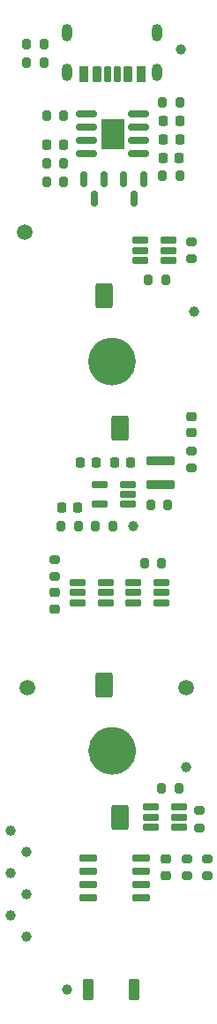
<source format=gbr>
%TF.GenerationSoftware,KiCad,Pcbnew,9.0.3*%
%TF.CreationDate,2025-10-02T21:49:32-04:00*%
%TF.ProjectId,Photon,50686f74-6f6e-42e6-9b69-6361645f7063,1.3*%
%TF.SameCoordinates,Original*%
%TF.FileFunction,Soldermask,Top*%
%TF.FilePolarity,Negative*%
%FSLAX46Y46*%
G04 Gerber Fmt 4.6, Leading zero omitted, Abs format (unit mm)*
G04 Created by KiCad (PCBNEW 9.0.3) date 2025-10-02 21:49:32*
%MOMM*%
%LPD*%
G01*
G04 APERTURE LIST*
G04 Aperture macros list*
%AMRoundRect*
0 Rectangle with rounded corners*
0 $1 Rounding radius*
0 $2 $3 $4 $5 $6 $7 $8 $9 X,Y pos of 4 corners*
0 Add a 4 corners polygon primitive as box body*
4,1,4,$2,$3,$4,$5,$6,$7,$8,$9,$2,$3,0*
0 Add four circle primitives for the rounded corners*
1,1,$1+$1,$2,$3*
1,1,$1+$1,$4,$5*
1,1,$1+$1,$6,$7*
1,1,$1+$1,$8,$9*
0 Add four rect primitives between the rounded corners*
20,1,$1+$1,$2,$3,$4,$5,0*
20,1,$1+$1,$4,$5,$6,$7,0*
20,1,$1+$1,$6,$7,$8,$9,0*
20,1,$1+$1,$8,$9,$2,$3,0*%
G04 Aperture macros list end*
%ADD10C,2.299000*%
%ADD11RoundRect,0.255000X-0.595000X0.945000X-0.595000X-0.945000X0.595000X-0.945000X0.595000X0.945000X0*%
%ADD12RoundRect,0.255000X0.595000X-0.945000X0.595000X0.945000X-0.595000X0.945000X-0.595000X-0.945000X0*%
%ADD13C,1.500000*%
%ADD14RoundRect,0.150000X-0.725000X-0.150000X0.725000X-0.150000X0.725000X0.150000X-0.725000X0.150000X0*%
%ADD15RoundRect,0.200000X-0.200000X-0.275000X0.200000X-0.275000X0.200000X0.275000X-0.200000X0.275000X0*%
%ADD16RoundRect,0.225000X0.225000X0.250000X-0.225000X0.250000X-0.225000X-0.250000X0.225000X-0.250000X0*%
%ADD17C,1.000000*%
%ADD18RoundRect,0.175000X0.175000X0.625000X-0.175000X0.625000X-0.175000X-0.625000X0.175000X-0.625000X0*%
%ADD19RoundRect,0.200000X0.200000X0.600000X-0.200000X0.600000X-0.200000X-0.600000X0.200000X-0.600000X0*%
%ADD20RoundRect,0.225000X0.225000X0.575000X-0.225000X0.575000X-0.225000X-0.575000X0.225000X-0.575000X0*%
%ADD21O,1.000000X1.700000*%
%ADD22RoundRect,0.162500X0.617500X0.162500X-0.617500X0.162500X-0.617500X-0.162500X0.617500X-0.162500X0*%
%ADD23RoundRect,0.225000X-0.225000X-0.250000X0.225000X-0.250000X0.225000X0.250000X-0.225000X0.250000X0*%
%ADD24RoundRect,0.225000X0.250000X-0.225000X0.250000X0.225000X-0.250000X0.225000X-0.250000X-0.225000X0*%
%ADD25RoundRect,0.200000X0.200000X0.275000X-0.200000X0.275000X-0.200000X-0.275000X0.200000X-0.275000X0*%
%ADD26RoundRect,0.200000X-0.275000X0.200000X-0.275000X-0.200000X0.275000X-0.200000X0.275000X0.200000X0*%
%ADD27RoundRect,0.105000X-0.420000X-0.895000X0.420000X-0.895000X0.420000X0.895000X-0.420000X0.895000X0*%
%ADD28RoundRect,0.218750X-0.218750X-0.256250X0.218750X-0.256250X0.218750X0.256250X-0.218750X0.256250X0*%
%ADD29RoundRect,0.200000X0.275000X-0.200000X0.275000X0.200000X-0.275000X0.200000X-0.275000X-0.200000X0*%
%ADD30RoundRect,0.150000X-0.150000X0.587500X-0.150000X-0.587500X0.150000X-0.587500X0.150000X0.587500X0*%
%ADD31RoundRect,0.162500X-0.617500X-0.162500X0.617500X-0.162500X0.617500X0.162500X-0.617500X0.162500X0*%
%ADD32RoundRect,0.218750X-0.256250X0.218750X-0.256250X-0.218750X0.256250X-0.218750X0.256250X0.218750X0*%
%ADD33RoundRect,0.120000X1.230000X-0.280000X1.230000X0.280000X-1.230000X0.280000X-1.230000X-0.280000X0*%
%ADD34RoundRect,0.150000X-0.825000X-0.150000X0.825000X-0.150000X0.825000X0.150000X-0.825000X0.150000X0*%
%ADD35R,2.290000X3.000000*%
G04 APERTURE END LIST*
%TO.C,D6*%
D10*
X54003929Y-90932000D02*
G75*
G02*
X51704929Y-90932000I-1149500J0D01*
G01*
X51704929Y-90932000D02*
G75*
G02*
X54003929Y-90932000I1149500J0D01*
G01*
%TO.C,D5*%
X53981500Y-53594000D02*
G75*
G02*
X51682500Y-53594000I-1149500J0D01*
G01*
X51682500Y-53594000D02*
G75*
G02*
X53981500Y-53594000I1149500J0D01*
G01*
%TD*%
D11*
%TO.C,D6*%
X53616429Y-97282000D03*
X52092429Y-84582000D03*
%TD*%
D12*
%TO.C,D5*%
X52070000Y-47244000D03*
X53594000Y-59944000D03*
%TD*%
D13*
%TO.C,FID3*%
X44704000Y-84836000D03*
%TD*%
%TO.C,FID2*%
X59944000Y-84836000D03*
%TD*%
D14*
%TO.C,U1*%
X50511000Y-101219000D03*
X50511000Y-102489000D03*
X50511000Y-103759000D03*
X50511000Y-105029000D03*
X55661000Y-105029000D03*
X55661000Y-103759000D03*
X55661000Y-102489000D03*
X55661000Y-101219000D03*
%TD*%
D15*
%TO.C,R6*%
X56548000Y-67310000D03*
X58198000Y-67310000D03*
%TD*%
D16*
%TO.C,C2*%
X51334000Y-63246000D03*
X49784000Y-63246000D03*
%TD*%
D17*
%TO.C,TP7*%
X48514000Y-113792000D03*
%TD*%
%TO.C,TP2*%
X44607137Y-100584000D03*
%TD*%
%TO.C,TP8*%
X54864000Y-69342000D03*
%TD*%
D18*
%TO.C,J1*%
X53378800Y-26040000D03*
D19*
X51358800Y-26040000D03*
D20*
X50128800Y-26040000D03*
D18*
X52378800Y-26040000D03*
D19*
X54398800Y-26040000D03*
D20*
X55628800Y-26040000D03*
D21*
X57198800Y-25860000D03*
X57198800Y-22060000D03*
X48558800Y-25860000D03*
X48558800Y-22060000D03*
%TD*%
D17*
%TO.C,TP6*%
X59436000Y-23622000D03*
%TD*%
D22*
%TO.C,U6*%
X57611000Y-76708000D03*
X57611000Y-75758000D03*
X57611000Y-74808000D03*
X54911000Y-74808000D03*
X54911000Y-75758000D03*
X54911000Y-76708000D03*
%TD*%
D16*
%TO.C,C4*%
X49556000Y-67564000D03*
X48006000Y-67564000D03*
%TD*%
D22*
%TO.C,U5*%
X52277000Y-76708000D03*
X52277000Y-75758000D03*
X52277000Y-74808000D03*
X49577000Y-74808000D03*
X49577000Y-75758000D03*
X49577000Y-76708000D03*
%TD*%
D15*
%TO.C,R9*%
X51258000Y-69342000D03*
X52908000Y-69342000D03*
%TD*%
D23*
%TO.C,C5*%
X53086000Y-63246000D03*
X54636000Y-63246000D03*
%TD*%
D17*
%TO.C,TP11*%
X59944000Y-92456000D03*
%TD*%
D15*
%TO.C,R4*%
X46543000Y-34568000D03*
X48193000Y-34568000D03*
%TD*%
D17*
%TO.C,TP4*%
X43083137Y-102616000D03*
%TD*%
%TO.C,TP1*%
X44607137Y-108712000D03*
%TD*%
D24*
%TO.C,C1*%
X58013600Y-102883000D03*
X58013600Y-101333000D03*
%TD*%
D22*
%TO.C,U4*%
X58246000Y-43876000D03*
X58246000Y-42926000D03*
X58246000Y-41976000D03*
X55546000Y-41976000D03*
X55546000Y-42926000D03*
X55546000Y-43876000D03*
%TD*%
D17*
%TO.C,TP5*%
X44607137Y-104648000D03*
%TD*%
D25*
%TO.C,R2*%
X46291000Y-24892000D03*
X44641000Y-24892000D03*
%TD*%
%TO.C,R1*%
X46291000Y-23114000D03*
X44641000Y-23114000D03*
%TD*%
D26*
%TO.C,R16*%
X61214000Y-96648500D03*
X61214000Y-98298500D03*
%TD*%
D27*
%TO.C,SW1*%
X50546000Y-113792000D03*
X54991000Y-113792000D03*
%TD*%
D28*
%TO.C,D2*%
X57756500Y-30484000D03*
X59331500Y-30484000D03*
%TD*%
D25*
%TO.C,R10*%
X48193000Y-29996000D03*
X46543000Y-29996000D03*
%TD*%
D15*
%TO.C,R7*%
X57699000Y-28726000D03*
X59349000Y-28726000D03*
%TD*%
D29*
%TO.C,R12*%
X60452000Y-43751000D03*
X60452000Y-42101000D03*
%TD*%
D30*
%TO.C,Q2*%
X55872000Y-36092000D03*
X53972000Y-36092000D03*
X54922000Y-37967000D03*
%TD*%
D31*
%TO.C,U7*%
X56562000Y-96332000D03*
X56562000Y-97282000D03*
X56562000Y-98232000D03*
X59262000Y-98232000D03*
X59262000Y-97282000D03*
X59262000Y-96332000D03*
%TD*%
D26*
%TO.C,R14*%
X47371000Y-72581000D03*
X47371000Y-74231000D03*
%TD*%
%TO.C,R3*%
X59994800Y-101283000D03*
X59994800Y-102933000D03*
%TD*%
%TO.C,R18*%
X61976000Y-101283000D03*
X61976000Y-102933000D03*
%TD*%
D32*
%TO.C,D3*%
X60465000Y-58839500D03*
X60465000Y-60414500D03*
%TD*%
D17*
%TO.C,TP9*%
X43083137Y-106680000D03*
%TD*%
%TO.C,TP3*%
X43083137Y-98552000D03*
%TD*%
D25*
%TO.C,R5*%
X48193000Y-36346000D03*
X46543000Y-36346000D03*
%TD*%
D33*
%TO.C,L1*%
X57518600Y-65405000D03*
X57518600Y-63093600D03*
%TD*%
D29*
%TO.C,R11*%
X60465000Y-63817000D03*
X60465000Y-62167000D03*
%TD*%
D13*
%TO.C,FID1*%
X44450000Y-41148000D03*
%TD*%
D25*
%TO.C,R19*%
X59349000Y-35759500D03*
X57699000Y-35759500D03*
%TD*%
D24*
%TO.C,C7*%
X47371000Y-77308000D03*
X47371000Y-75758000D03*
%TD*%
D15*
%TO.C,R8*%
X47956000Y-69342000D03*
X49606000Y-69342000D03*
%TD*%
D25*
%TO.C,R17*%
X57611000Y-72964000D03*
X55961000Y-72964000D03*
%TD*%
D17*
%TO.C,TP10*%
X60706000Y-48768000D03*
%TD*%
D22*
%TO.C,U2*%
X54356000Y-67305000D03*
X54356000Y-66355000D03*
X54356000Y-65405000D03*
X51656000Y-65405000D03*
X51656000Y-67305000D03*
%TD*%
D15*
%TO.C,R13*%
X56325000Y-45720000D03*
X57975000Y-45720000D03*
%TD*%
%TO.C,R15*%
X57595000Y-94488000D03*
X59245000Y-94488000D03*
%TD*%
D28*
%TO.C,D1*%
X57756500Y-32282000D03*
X59331500Y-32282000D03*
%TD*%
D34*
%TO.C,U3*%
X50419000Y-29857000D03*
X50419000Y-31127000D03*
X50419000Y-32397000D03*
X50419000Y-33667000D03*
X55369000Y-33667000D03*
X55369000Y-32397000D03*
X55369000Y-31127000D03*
X55369000Y-29857000D03*
D35*
X52894000Y-31762000D03*
%TD*%
D16*
%TO.C,C6*%
X59299000Y-34036000D03*
X57749000Y-34036000D03*
%TD*%
D30*
%TO.C,Q1*%
X52062000Y-36092000D03*
X50162000Y-36092000D03*
X51112000Y-37967000D03*
%TD*%
D23*
%TO.C,C3*%
X46593000Y-32790000D03*
X48143000Y-32790000D03*
%TD*%
M02*

</source>
